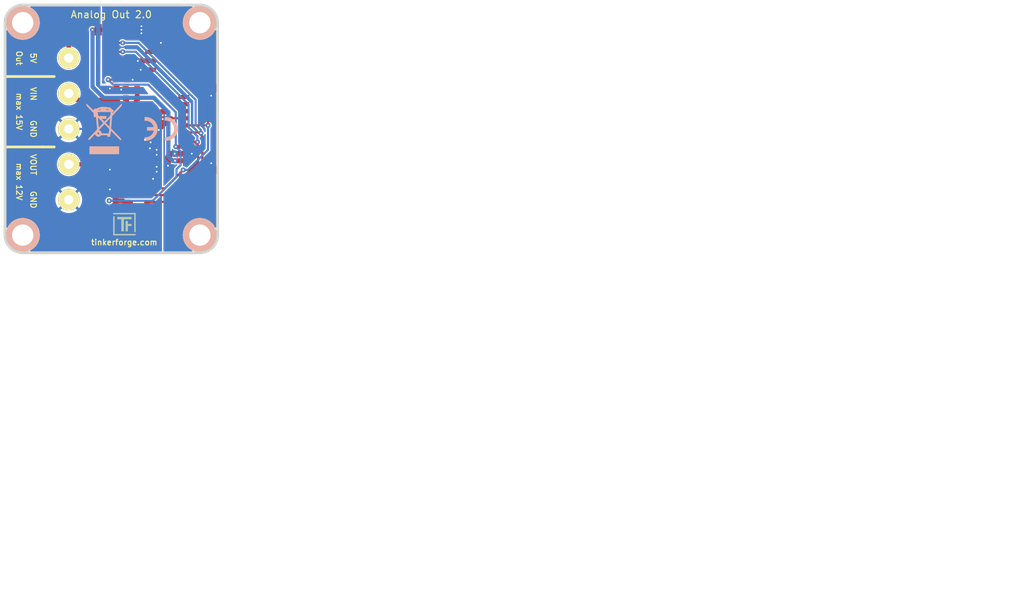
<source format=kicad_pcb>
(kicad_pcb (version 20221018) (generator pcbnew)
  (title_block (title "Analog Out Bricklet") (date "24 Feb 2015") (rev "2.0") (company "Tinkerforge GmbH") (comment 1 "Licensed under CERN OHL v.1.1") (comment 2 "Copyright (©) 2015, B.Nordmeyer <bastian@tinkerforge.com>"))
  (layers (0 "F.Cu" signal "Vorderseite") (31 "B.Cu" signal "Rückseite") (34 "B.Paste" user) (35 "F.Paste" user) (36 "B.SilkS" user "B.Silkscreen") (37 "F.SilkS" user "F.Silkscreen") (38 "B.Mask" user) (39 "F.Mask" user) (44 "Edge.Cuts" user))
  (net 0 "")
  (net 1 "+5V")
  (net 2 "GND")
  (net 3 "SCL")
  (net 4 "SDA")
  (net 5 "VCC")
  (net 6 "AGND")
  (net 7 "3V3")
  (net 8 "Net-(C4-Pad1)")
  (net 9 "Net-(P1-Pad6)")
  (net 10 "Net-(R1-Pad2)")
  (net 11 "Net-(P1-Pad7)")
  (net 12 "Net-(R3-Pad1)")
  (net 13 "Net-(R4-Pad2)")
  (net 14 "Net-(P2-Pad2)")
  (net 15 "Net-(F1-Pad2)")
  (net 16 "Net-(R5-Pad1)")
  (net 17 "Net-(R10-Pad2)")
  (net 18 "Net-(P1-Pad8)")
  (net 19 "Net-(P1-Pad9)")
  (net 20 "Net-(P1-Pad10)")
  (net 21 "Net-(U1-Pad7)")
  (footprint "kicad-libraries:Logo_31x31" (layer "F.Cu") (at 153.325 111.95)
    (fp_text reference "Ref**" hide)
    (fp_text value "Val**" hide)
  )
  (footprint "kicad-libraries:Fiducial_Mark" (layer "F.Cu") (at 161.2 113.275)
    (fp_text reference "Fiducial_Mark" hide)
    (fp_text value "VAL**" hide)
    (pad "1" smd circle (at 0 0) (size 1.00076 1.00076) (layers "F.Cu" "F.Paste" "F.Mask") (clearance 0.65024))
  )
  (footprint "kicad-libraries:Fiducial_Mark" (layer "F.Cu") (at 144.25168 86.5759)
    (fp_text reference "Fiducial_Mark" hide)
    (fp_text value "VAL**" hide)
    (pad "1" smd circle (at 0 0) (size 1.00076 1.00076) (layers "F.Cu" "F.Paste" "F.Mask") (clearance 0.65024))
  )
  (footprint "kicad-libraries:MiniMelf" (layer "F.Cu") (at 154.65 86.075)
    (fp_text reference "D1")
    (fp_text value "5V")
    (pad "1" smd rect (at 1.69926 0) (size 1.19888 1.6002) (layers "F.Cu" "F.Paste" "F.Mask") (net 2 "GND"))
    (pad "2" smd rect (at -1.69926 0) (size 1.19888 1.6002) (layers "F.Cu" "F.Paste" "F.Mask") (net 1 "+5V"))
  )
  (footprint "kicad-libraries:CON-SENSOR" (layer "F.Cu") (at 168.05 100.075 90)
    (fp_text reference "P1")
    (fp_text value "CON-SENSOR")
    (pad "1" smd rect (at -4.50088 -4.7752 90) (size 0.59944 1.5494) (layers "F.Cu" "F.Paste" "F.Mask") (net 1 "+5V"))
    (pad "2" smd rect (at -3.50012 -4.7752 90) (size 0.59944 1.5494) (layers "F.Cu" "F.Paste" "F.Mask") (net 2 "GND"))
    (pad "3" smd rect (at -2.49936 -4.7752 90) (size 0.59944 1.5494) (layers "F.Cu" "F.Paste" "F.Mask") (net 7 "3V3"))
    (pad "4" smd rect (at -1.50114 -4.7752 90) (size 0.59944 1.5494) (layers "F.Cu" "F.Paste" "F.Mask") (net 3 "SCL"))
    (pad "5" smd rect (at -0.50038 -4.7752 90) (size 0.59944 1.5494) (layers "F.Cu" "F.Paste" "F.Mask") (net 4 "SDA"))
    (pad "6" smd rect (at 0.50038 -4.7752 90) (size 0.59944 1.5494) (layers "F.Cu" "F.Paste" "F.Mask") (net 9 "Net-(P1-Pad6)"))
    (pad "7" smd rect (at 1.50114 -4.7752 90) (size 0.59944 1.5494) (layers "F.Cu" "F.Paste" "F.Mask") (net 11 "Net-(P1-Pad7)"))
    (pad "8" smd rect (at 2.49936 -4.7752 90) (size 0.59944 1.5494) (layers "F.Cu" "F.Paste" "F.Mask") (net 18 "Net-(P1-Pad8)"))
    (pad "9" smd rect (at 3.50012 -4.7752 90) (size 0.59944 1.5494) (layers "F.Cu" "F.Paste" "F.Mask") (net 19 "Net-(P1-Pad9)"))
    (pad "10" smd rect (at 4.50088 -4.7752 90) (size 0.59944 1.5494) (layers "F.Cu" "F.Paste" "F.Mask") (net 20 "Net-(P1-Pad10)"))
    (pad "EP" smd rect (at -5.79882 -0.89916 90) (size 1.19888 1.80086) (layers "F.Cu" "F.Paste" "F.Mask") (net 2 "GND"))
    (pad "EP" smd rect (at 5.79882 -0.89916 90) (size 1.19888 1.80086) (layers "F.Cu" "F.Paste" "F.Mask") (net 2 "GND"))
  )
  (footprint "kicad-libraries:AKL_5_5" (layer "F.Cu") (at 147.05 100.075 90)
    (fp_text reference "P2")
    (fp_text value "CONN_5")
    (pad "1" thru_hole circle (at -10 0 90) (size 2.99974 2.99974) (drill 1.30048) (layers "*.Cu" "*.Mask" "F.SilkS") (net 6 "AGND"))
    (pad "2" thru_hole circle (at -5 0 90) (size 2.99974 2.99974) (drill 1.30048) (layers "*.Cu" "*.Mask" "F.SilkS") (net 14 "Net-(P2-Pad2)"))
    (pad "3" thru_hole circle (at 0 0 90) (size 2.99974 2.99974) (drill 1.30048) (layers "*.Cu" "*.Mask" "F.SilkS") (net 6 "AGND"))
    (pad "4" thru_hole circle (at 5 0 90) (size 2.99974 2.99974) (drill 1.30048) (layers "*.Cu" "*.Mask" "F.SilkS") (net 5 "VCC"))
    (pad "5" thru_hole circle (at 10 0 90) (size 2.99974 2.99974) (drill 1.30048) (layers "*.Cu" "*.Mask" "F.SilkS") (net 15 "Net-(F1-Pad2)"))
  )
  (footprint "kicad-libraries:SOIC8" (layer "F.Cu") (at 155.9 89.825 90)
    (fp_text reference "U1")
    (fp_text value "M24C64")
    (pad "1" smd rect (at -1.90246 2.69748 270) (size 0.59944 1.5494) (layers "F.Cu" "F.Paste" "F.Mask") (net 2 "GND"))
    (pad "2" smd rect (at -0.63246 2.69748 270) (size 0.59944 1.5494) (layers "F.Cu" "F.Paste" "F.Mask") (net 2 "GND"))
    (pad "3" smd rect (at 0.63246 2.69748 270) (size 0.59944 1.5494) (layers "F.Cu" "F.Paste" "F.Mask") (net 9 "Net-(P1-Pad6)"))
    (pad "4" smd rect (at 1.90246 2.69748 270) (size 0.59944 1.5494) (layers "F.Cu" "F.Paste" "F.Mask") (net 2 "GND"))
    (pad "5" smd rect (at 1.90246 -2.69748 90) (size 0.59944 1.5494) (layers "F.Cu" "F.Paste" "F.Mask") (net 4 "SDA"))
    (pad "6" smd rect (at 0.63246 -2.69748 90) (size 0.59944 1.5494) (layers "F.Cu" "F.Paste" "F.Mask") (net 3 "SCL"))
    (pad "7" smd rect (at -0.63246 -2.69748 90) (size 0.59944 1.5494) (layers "F.Cu" "F.Paste" "F.Mask") (net 21 "Net-(U1-Pad7)"))
    (pad "8" smd rect (at -1.90246 -2.69748 90) (size 0.59944 1.5494) (layers "F.Cu" "F.Paste" "F.Mask") (net 7 "3V3"))
  )
  (footprint "kicad-libraries:SOT23-6" (layer "F.Cu") (at 156.9 109.425 -90)
    (fp_text reference "U2")
    (fp_text value "MCP4725A0")
    (pad "1" smd rect (at -0.94996 1.19888 270) (size 0.50038 0.8001) (layers "F.Cu" "F.Paste" "F.Mask") (net 10 "Net-(R1-Pad2)") (clearance 0.14986))
    (pad "2" smd rect (at 0 1.19888 270) (size 0.50038 0.8001) (layers "F.Cu" "F.Paste" "F.Mask") (net 6 "AGND") (clearance 0.14986))
    (pad "3" smd rect (at 0.94996 1.19888 270) (size 0.50038 0.8001) (layers "F.Cu" "F.Paste" "F.Mask") (net 7 "3V3") (clearance 0.14986))
    (pad "4" smd rect (at 0.94996 -1.19888 270) (size 0.50038 0.8001) (layers "F.Cu" "F.Paste" "F.Mask") (net 4 "SDA") (clearance 0.14986))
    (pad "5" smd rect (at 0 -1.19888 270) (size 0.50038 0.8001) (layers "F.Cu" "F.Paste" "F.Mask") (net 3 "SCL") (clearance 0.14986))
    (pad "6" smd rect (at -0.94996 -1.19888 270) (size 0.50038 0.8001) (layers "F.Cu" "F.Paste" "F.Mask") (net 9 "Net-(P1-Pad6)") (clearance 0.14986))
  )
  (footprint "kicad-libraries:SOIC8" (layer "F.Cu") (at 155.9 100.125)
    (fp_text reference "U3")
    (fp_text value "TLV272IS")
    (pad "1" smd rect (at -1.90246 2.69748 180) (size 0.59944 1.5494) (layers "F.Cu" "F.Paste" "F.Mask") (net 14 "Net-(P2-Pad2)"))
    (pad "2" smd rect (at -0.63246 2.69748 180) (size 0.59944 1.5494) (layers "F.Cu" "F.Paste" "F.Mask") (net 12 "Net-(R3-Pad1)"))
    (pad "3" smd rect (at 0.63246 2.69748 180) (size 0.59944 1.5494) (layers "F.Cu" "F.Paste" "F.Mask") (net 13 "Net-(R4-Pad2)"))
    (pad "4" smd rect (at 1.90246 2.69748 180) (size 0.59944 1.5494) (layers "F.Cu" "F.Paste" "F.Mask") (net 6 "AGND"))
    (pad "5" smd rect (at 1.90246 -2.69748) (size 0.59944 1.5494) (layers "F.Cu" "F.Paste" "F.Mask") (net 17 "Net-(R10-Pad2)"))
    (pad "6" smd rect (at 0.63246 -2.69748) (size 0.59944 1.5494) (layers "F.Cu" "F.Paste" "F.Mask") (net 16 "Net-(R5-Pad1)"))
    (pad "7" smd rect (at -0.63246 -2.69748) (size 0.59944 1.5494) (layers "F.Cu" "F.Paste" "F.Mask") (net 11 "Net-(P1-Pad7)"))
    (pad "8" smd rect (at -1.90246 -2.69748) (size 0.59944 1.5494) (layers "F.Cu" "F.Paste" "F.Mask") (net 5 "VCC"))
  )
  (footprint "kicad-libraries:DRILL_NP" (layer "F.Cu") (at 165.55 115.075)
    (fp_text reference "U4" hide)
    (fp_text value "DRILL" hide)
    (pad "" np_thru_hole circle (at 0 0) (size 2.99974 2.99974) (drill 2.99974) (layers "*.Cu" "*.Mask" "F.SilkS") (clearance 0.89916))
  )
  (footprint "kicad-libraries:DRILL_NP" (layer "F.Cu") (at 140.55 115.075)
    (fp_text reference "U5" hide)
    (fp_text value "DRILL" hide)
    (pad "" np_thru_hole circle (at 0 0) (size 2.99974 2.99974) (drill 2.99974) (layers "*.Cu" "*.Mask" "F.SilkS") (clearance 0.89916))
  )
  (footprint "kicad-libraries:DRILL_NP" (layer "F.Cu") (at 140.55 85.075)
    (fp_text reference "U6" hide)
    (fp_text value "DRILL" hide)
    (pad "" np_thru_hole circle (at 0 0) (size 2.99974 2.99974) (drill 2.99974) (layers "*.Cu" "*.Mask" "F.SilkS") (clearance 0.89916))
  )
  (footprint "kicad-libraries:DRILL_NP" (layer "F.Cu") (at 165.55 85.075)
    (fp_text reference "U7" hide)
    (fp_text value "DRILL" hide)
    (pad "" np_thru_hole circle (at 0 0) (size 2.99974 2.99974) (drill 2.99974) (layers "*.Cu" "*.Mask" "F.SilkS") (clearance 0.89916))
  )
  (footprint "kicad-libraries:C0603" (layer "F.Cu") (at 153.8 95.175 90)
    (fp_text reference "C1")
    (fp_text value "100nF")
    (pad "1" smd rect (at -0.8001 0 90) (size 0.8001 0.8001) (layers "F.Cu" "F.Paste" "F.Mask") (net 5 "VCC"))
    (pad "2" smd rect (at 0.8001 0 90) (size 0.8001 0.8001) (layers "F.Cu" "F.Paste" "F.Mask") (net 6 "AGND"))
  )
  (footprint "kicad-libraries:C0603" (layer "F.Cu") (at 153.65 109.425 90)
    (fp_text reference "C2")
    (fp_text value "100nF")
    (pad "1" smd rect (at -0.8001 0 90) (size 0.8001 0.8001) (layers "F.Cu" "F.Paste" "F.Mask") (net 7 "3V3"))
    (pad "2" smd rect (at 0.8001 0 90) (size 0.8001 0.8001) (layers "F.Cu" "F.Paste" "F.Mask") (net 6 "AGND"))
  )
  (footprint "kicad-libraries:C0603" (layer "F.Cu") (at 154.45 93.125)
    (fp_text reference "C3")
    (fp_text value "100nF")
    (pad "1" smd rect (at -0.8001 0) (size 0.8001 0.8001) (layers "F.Cu" "F.Paste" "F.Mask") (net 7 "3V3"))
    (pad "2" smd rect (at 0.8001 0) (size 0.8001 0.8001) (layers "F.Cu" "F.Paste" "F.Mask") (net 2 "GND"))
  )
  (footprint "kicad-libraries:C0603" (layer "F.Cu") (at 157.35 107.125)
    (fp_text reference "C4")
    (fp_text value "180pF")
    (pad "1" smd rect (at -0.8001 0) (size 0.8001 0.8001) (layers "F.Cu" "F.Paste" "F.Mask") (net 8 "Net-(C4-Pad1)"))
    (pad "2" smd rect (at 0.8001 0) (size 0.8001 0.8001) (layers "F.Cu" "F.Paste" "F.Mask") (net 6 "AGND"))
  )
  (footprint "kicad-libraries:R0603" (layer "F.Cu") (at 154.45 107.125 180)
    (fp_text reference "R1")
    (fp_text value "68.1")
    (pad "1" smd rect (at -0.8001 0 180) (size 0.8001 0.8001) (layers "F.Cu" "F.Paste" "F.Mask") (net 8 "Net-(C4-Pad1)"))
    (pad "2" smd rect (at 0.8001 0 180) (size 0.8001 0.8001) (layers "F.Cu" "F.Paste" "F.Mask") (net 10 "Net-(R1-Pad2)"))
  )
  (footprint "kicad-libraries:R0603" (layer "F.Cu") (at 160.25 104.525 180)
    (fp_text reference "R2")
    (fp_text value "0")
    (pad "1" smd rect (at -0.8001 0 180) (size 0.8001 0.8001) (layers "F.Cu" "F.Paste" "F.Mask") (net 2 "GND"))
    (pad "2" smd rect (at 0.8001 0 180) (size 0.8001 0.8001) (layers "F.Cu" "F.Paste" "F.Mask") (net 6 "AGND"))
  )
  (footprint "kicad-libraries:R0603" (layer "F.Cu") (at 154.45 105.825 180)
    (fp_text reference "R3")
    (fp_text value "3k3")
    (pad "1" smd rect (at -0.8001 0 180) (size 0.8001 0.8001) (layers "F.Cu" "F.Paste" "F.Mask") (net 12 "Net-(R3-Pad1)"))
    (pad "2" smd rect (at 0.8001 0 180) (size 0.8001 0.8001) (layers "F.Cu" "F.Paste" "F.Mask") (net 6 "AGND"))
  )
  (footprint "kicad-libraries:R0603" (layer "F.Cu") (at 157.35 105.825 180)
    (fp_text reference "R4")
    (fp_text value "3k3")
    (pad "1" smd rect (at -0.8001 0 180) (size 0.8001 0.8001) (layers "F.Cu" "F.Paste" "F.Mask") (net 8 "Net-(C4-Pad1)"))
    (pad "2" smd rect (at 0.8001 0 180) (size 0.8001 0.8001) (layers "F.Cu" "F.Paste" "F.Mask") (net 13 "Net-(R4-Pad2)"))
  )
  (footprint "kicad-libraries:R0603" (layer "F.Cu") (at 155.9 95.725 180)
    (fp_text reference "R5")
    (fp_text value "12k")
    (pad "1" smd rect (at -0.8001 0 180) (size 0.8001 0.8001) (layers "F.Cu" "F.Paste" "F.Mask") (net 16 "Net-(R5-Pad1)"))
    (pad "2" smd rect (at 0.8001 0 180) (size 0.8001 0.8001) (layers "F.Cu" "F.Paste" "F.Mask") (net 11 "Net-(P1-Pad7)"))
  )
  (footprint "kicad-libraries:R0603" (layer "F.Cu") (at 157.35 104.525)
    (fp_text reference "R6")
    (fp_text value "12k")
    (pad "1" smd rect (at -0.8001 0) (size 0.8001 0.8001) (layers "F.Cu" "F.Paste" "F.Mask") (net 13 "Net-(R4-Pad2)"))
    (pad "2" smd rect (at 0.8001 0) (size 0.8001 0.8001) (layers "F.Cu" "F.Paste" "F.Mask") (net 6 "AGND"))
  )
  (footprint "kicad-libraries:R0603" (layer "F.Cu") (at 160.5 98.425 -90)
    (fp_text reference "R7")
    (fp_text value "12k")
    (pad "1" smd rect (at -0.8001 0 270) (size 0.8001 0.8001) (layers "F.Cu" "F.Paste" "F.Mask") (net 17 "Net-(R10-Pad2)"))
    (pad "2" smd rect (at 0.8001 0 270) (size 0.8001 0.8001) (layers "F.Cu" "F.Paste" "F.Mask") (net 6 "AGND"))
  )
  (footprint "kicad-libraries:R0603" (layer "F.Cu") (at 154.45 104.525)
    (fp_text reference "R8")
    (fp_text value "12k")
    (pad "1" smd rect (at -0.8001 0) (size 0.8001 0.8001) (layers "F.Cu" "F.Paste" "F.Mask") (net 14 "Net-(P2-Pad2)"))
    (pad "2" smd rect (at 0.8001 0) (size 0.8001 0.8001) (layers "F.Cu" "F.Paste" "F.Mask") (net 12 "Net-(R3-Pad1)"))
  )
  (footprint "kicad-libraries:R0603" (layer "F.Cu") (at 155.9 94.425)
    (fp_text reference "R9")
    (fp_text value "68k")
    (pad "1" smd rect (at -0.8001 0) (size 0.8001 0.8001) (layers "F.Cu" "F.Paste" "F.Mask") (net 6 "AGND"))
    (pad "2" smd rect (at 0.8001 0) (size 0.8001 0.8001) (layers "F.Cu" "F.Paste" "F.Mask") (net 16 "Net-(R5-Pad1)"))
  )
  (footprint "kicad-libraries:R0603" (layer "F.Cu") (at 159.2 98.425 90)
    (fp_text reference "R10")
    (fp_text value "68k")
    (pad "1" smd rect (at -0.8001 0 90) (size 0.8001 0.8001) (layers "F.Cu" "F.Paste" "F.Mask") (net 5 "VCC"))
    (pad "2" smd rect (at 0.8001 0 90) (size 0.8001 0.8001) (layers "F.Cu" "F.Paste" "F.Mask") (net 17 "Net-(R10-Pad2)"))
  )
  (footprint "kicad-libraries:F1206" (layer "F.Cu") (at 149.7 86.075 180)
    (fp_text reference "F1")
    (fp_text value "OZCJ0035FF2G")
    (pad "1" smd rect (at -1.50114 0 180) (size 1.00076 1.6002) (layers "F.Cu" "F.Paste" "F.Mask") (net 1 "+5V"))
    (pad "2" smd rect (at 1.50114 0 180) (size 1.00076 1.6002) (layers "F.Cu" "F.Paste" "F.Mask") (net 15 "Net-(F1-Pad2)"))
  )
  (footprint "kicad-libraries:WEEE_7mm" (layer "B.Cu") (at 152.05 100.075 180)
    (fp_text reference "VAL" hide)
    (fp_text value "WEEE_7mm" hide)
  )
  (footprint "kicad-libraries:CE_5mm" (layer "B.Cu") (at 160.05 100.075 180)
    (fp_text reference "VAL" hide)
    (fp_text value "CE_5mm" hide)
  )
  (gr_line (start 143.3 102.625) (end 145 102.625) (stroke (width 0.381)) (layer "F.SilkS"))
  (gr_line (start 143.35 102.625) (end 138.05 102.625) (stroke (width 0.381)) (layer "F.SilkS"))
  (gr_line (start 145 92.675) (end 138.05 92.675) (stroke (width 0.381)) (layer "F.SilkS"))
  (gr_arc (start 165.55086 82.57476) (mid 167.318174 83.306806) (end 168.05022 85.07412) (stroke (width 0.381)) (layer "Edge.Cuts"))
  (gr_line (start 165.55 117.575) (end 140.55 117.575) (stroke (width 0.381)) (layer "Edge.Cuts"))
  (gr_arc (start 168.05022 115.07534) (mid 167.318174 116.842654) (end 165.55086 117.5747) (stroke (width 0.381)) (layer "Edge.Cuts"))
  (gr_line (start 140.55 82.575) (end 165.55 82.575) (stroke (width 0.381)) (layer "Edge.Cuts"))
  (gr_line (start 168.05 85.075) (end 168.05 115.075) (stroke (width 0.381)) (layer "Edge.Cuts"))
  (gr_arc (start 140.5509 117.5747) (mid 138.783586 116.842654) (end 138.05154 115.07534) (stroke (width 0.381)) (layer "Edge.Cuts"))
  (gr_arc (start 138.049 85.07412) (mid 138.78179 83.30501) (end 140.5509 82.57222) (stroke (width 0.381)) (layer "Edge.Cuts"))
  (gr_line (start 138.05 115.075) (end 138.05 85.075) (stroke (width 0.381)) (layer "Edge.Cuts"))
  (gr_text "GND" (at 142.05 110.075 270) (layer "F.SilkS") (effects (font (size 0.8 0.8) (thickness 0.14986))))
  (gr_text "VOUT" (at 142.05 105.125 270) (layer "F.SilkS") (effects (font (size 0.8 0.8) (thickness 0.14986))))
  (gr_text "max 15V" (at 140.05 97.625 270) (layer "F.SilkS") (effects (font (size 0.8 0.8) (thickness 0.14986))))
  (gr_text "tinkerforge.com" (at 154.875 116.1) (layer "F.SilkS") (effects (font (size 0.8001 0.8001) (thickness 0.14986))))
  (gr_text "Out" (at 140.05 90.075 270) (layer "F.SilkS") (effects (font (size 0.8 0.8) (thickness 0.14986))))
  (gr_text "5V" (at 142.05 90.075 270) (layer "F.SilkS") (effects (font (size 0.8001 0.8001) (thickness 0.14986))))
  (gr_text "max 12V" (at 140.05 107.525 270) (layer "F.SilkS") (effects (font (size 0.8 0.8) (thickness 0.14986))))
  (gr_text "Analog Out 2.0" (at 153.05 83.925) (layer "F.SilkS") (effects (font (size 1 1))))
  (gr_text "GND" (at 142.05 100.075 270) (layer "F.SilkS") (effects (font (size 0.8 0.8) (thickness 0.14986))))
  (gr_text "VIN" (at 142.05 95.125 270) (layer "F.SilkS") (effects (font (size 0.8 0.8) (thickness 0.14986))))
  (segment (start 162.05088 104.57588) (end 162.05 104.575) (width 0.7) (layer "F.Cu") (net 1))
  (segment (start 151.20114 86.075) (end 150.4 86.075) (width 0.59944) (layer "F.Cu") (net 1))
  (segment (start 152.95074 86.075) (end 151.20114 86.075) (width 0.59944) (layer "F.Cu") (net 1))
  (segment (start 162.05088 104.57588) (end 163.2748 104.57588) (width 0.7) (layer "F.Cu") (net 1))
  (via (at 150.4 86.075) (size 0.70104) (drill 0.24892) (layers "F.Cu" "B.Cu") (net 1))
  (via (at 162.05 104.575) (size 0.70104) (drill 0.24892) (layers "F.Cu" "B.Cu") (net 1))
  (segment (start 161.7 104.575) (end 161.1 103.975) (width 0.59944) (layer "B.Cu") (net 1))
  (segment (start 161.1 103.975) (end 161.1 97.725) (width 0.59944) (layer "B.Cu") (net 1))
  (segment (start 150.4 86.075) (end 150.4 94.125) (width 0.59944) (layer "B.Cu") (net 1))
  (segment (start 150.4 94.125) (end 151.95 95.675) (width 0.59944) (layer "B.Cu") (net 1))
  (segment (start 159.05 95.675) (end 161.1 97.725) (width 0.59944) (layer "B.Cu") (net 1))
  (segment (start 151.95 95.675) (end 159.05 95.675) (width 0.59944) (layer "B.Cu") (net 1))
  (segment (start 162.05 104.575) (end 161.7 104.575) (width 0.59944) (layer "B.Cu") (net 1))
  (segment (start 162.00012 103.57512) (end 162 103.575) (width 0.7) (layer "F.Cu") (net 2))
  (segment (start 161.5 103.575) (end 161.0501 104.0249) (width 0.8001) (layer "F.Cu") (net 2))
  (segment (start 161.0501 104.0249) (end 161.0501 104.525) (width 0.7) (layer "F.Cu") (net 2))
  (segment (start 157.20246 91.72746) (end 157.2 91.725) (width 0.7) (layer "F.Cu") (net 2))
  (segment (start 156.81754 90.45746) (end 156.8 90.475) (width 0.7) (layer "F.Cu") (net 2))
  (segment (start 160.04754 87.92254) (end 160.05 87.925) (width 0.7) (layer "F.Cu") (net 2))
  (segment (start 167.15 95.375) (end 167.15084 95.37416) (width 0.29972) (layer "F.Cu") (net 2))
  (segment (start 167.15084 95.37416) (end 167.15084 94.27618) (width 0.29972) (layer "F.Cu") (net 2))
  (segment (start 167.15 104.925) (end 167.15084 104.92584) (width 0.29972) (layer "F.Cu") (net 2))
  (segment (start 167.15084 104.92584) (end 167.15084 105.87382) (width 0.29972) (layer "F.Cu") (net 2))
  (segment (start 164.39988 103.57512) (end 164.4 103.575) (width 0.7) (layer "F.Cu") (net 2))
  (segment (start 161.0501 105.2749) (end 161.05 105.275) (width 0.7) (layer "F.Cu") (net 2))
  (segment (start 157.3 85.575) (end 156.84926 85.575) (width 0.59944) (layer "F.Cu") (net 2))
  (segment (start 156.84926 86.575) (end 157.3 86.575) (width 0.59944) (layer "F.Cu") (net 2))
  (segment (start 163.2748 103.57512) (end 164.39988 103.57512) (width 0.8001) (layer "F.Cu") (net 2))
  (segment (start 156.34926 86.075) (end 156.84926 86.575) (width 0.59944) (layer "F.Cu") (net 2))
  (segment (start 158.59748 91.72746) (end 157.20246 91.72746) (width 0.7) (layer "F.Cu") (net 2))
  (segment (start 160.04754 87.92254) (end 158.59748 87.92254) (width 0.7) (layer "F.Cu") (net 2))
  (segment (start 161.0501 104.525) (end 161.0501 105.2749) (width 0.8001) (layer "F.Cu") (net 2))
  (segment (start 162 103.575) (end 161.5 103.575) (width 0.8001) (layer "F.Cu") (net 2))
  (segment (start 156.34926 86.075) (end 157.3 86.075) (width 0.7) (layer "F.Cu") (net 2))
  (segment (start 163.2748 103.57512) (end 162.00012 103.57512) (width 0.8001) (layer "F.Cu") (net 2))
  (segment (start 155.2501 93.125) (end 156.05 93.125) (width 0.7) (layer "F.Cu") (net 2))
  (segment (start 156.34926 86.075) (end 156.84926 85.575) (width 0.59944) (layer "F.Cu") (net 2))
  (segment (start 156.81754 90.45746) (end 158.59748 90.45746) (width 0.7) (layer "F.Cu") (net 2))
  (via (at 157.3 85.575) (size 0.70104) (drill 0.24892) (layers "F.Cu" "B.Cu") (net 2))
  (via (at 161.05 105.275) (size 0.70104) (drill 0.24892) (layers "F.Cu" "B.Cu") (net 2))
  (via (at 157.3 86.075) (size 0.70104) (drill 0.24892) (layers "F.Cu" "B.Cu") (net 2))
  (via (at 156.8 90.475) (size 0.70104) (drill 0.24892) (layers "F.Cu" "B.Cu") (net 2))
  (via (at 160.05 87.925) (size 0.70104) (drill 0.24892) (layers "F.Cu" "B.Cu") (net 2))
  (via (at 156.05 93.125) (size 0.70104) (drill 0.24892) (layers "F.Cu" "B.Cu") (net 2))
  (via (at 162 103.575) (size 0.70104) (drill 0.24892) (layers "F.Cu" "B.Cu") (net 2))
  (via (at 164.4 103.575) (size 0.70104) (drill 0.24892) (layers "F.Cu" "B.Cu") (net 2))
  (via (at 167.15 95.375) (size 0.70104) (drill 0.24892) (layers "F.Cu" "B.Cu") (net 2))
  (via (at 167.15 104.925) (size 0.70104) (drill 0.24892) (layers "F.Cu" "B.Cu") (net 2))
  (via (at 157.3 86.575) (size 0.70104) (drill 0.24892) (layers "F.Cu" "B.Cu") (net 2))
  (via (at 157.2 91.725) (size 0.70104) (drill 0.24892) (layers "F.Cu" "B.Cu") (net 2))
  (segment (start 157.2 90.875) (end 156.8 90.475) (width 0.29972) (layer "B.Cu") (net 2))
  (segment (start 156.05 92.875) (end 157.2 91.725) (width 0.29972) (layer "B.Cu") (net 2))
  (segment (start 154.1 90.475) (end 152.95 89.325) (width 0.29972) (layer "B.Cu") (net 2))
  (segment (start 152.95 89.325) (end 152.95 87.475) (width 0.29972) (layer "B.Cu") (net 2))
  (segment (start 152.95 87.475) (end 153.9 86.525) (width 0.29972) (layer "B.Cu") (net 2))
  (segment (start 153.9 86.525) (end 157.3 86.525) (width 0.29972) (layer "B.Cu") (net 2))
  (segment (start 158.65 86.525) (end 160.05 87.925) (width 0.29972) (layer "B.Cu") (net 2))
  (segment (start 160.85 87.925) (end 167.15 94.225) (width 0.29972) (layer "B.Cu") (net 2))
  (segment (start 167.15 94.225) (end 167.15 95.375) (width 0.29972) (layer "B.Cu") (net 2))
  (segment (start 167.15 98.275) (end 167.45 98.575) (width 0.29972) (layer "B.Cu") (net 2))
  (segment (start 167.45 98.575) (end 167.45 104.625) (width 0.29972) (layer "B.Cu") (net 2))
  (segment (start 167.45 104.625) (end 167.15 104.925) (width 0.29972) (layer "B.Cu") (net 2))
  (segment (start 164.4 103.375) (end 163.05 102.025) (width 0.29972) (layer "B.Cu") (net 2))
  (segment (start 163.05 102.025) (end 163.05 96.775) (width 0.29972) (layer "B.Cu") (net 2))
  (segment (start 163.05 96.775) (end 158 91.725) (width 0.29972) (layer "B.Cu") (net 2))
  (segment (start 158 91.725) (end 157.2 91.725) (width 0.29972) (layer "B.Cu") (net 2))
  (segment (start 157.3 86.575) (end 157.3 86.525) (width 0.59944) (layer "B.Cu") (net 2))
  (segment (start 157.3 86.525) (end 158.65 86.525) (width 0.29972) (layer "B.Cu") (net 2))
  (segment (start 157.7 85.575) (end 157.3 85.575) (width 0.29972) (layer "B.Cu") (net 2))
  (segment (start 156.05 93.125) (end 156.05 92.875) (width 0.29972) (layer "B.Cu") (net 2))
  (segment (start 167.15 95.375) (end 167.15 98.275) (width 0.29972) (layer "B.Cu") (net 2))
  (segment (start 156.8 90.475) (end 154.1 90.475) (width 0.29972) (layer "B.Cu") (net 2))
  (segment (start 157.2 91.725) (end 157.2 90.875) (width 0.29972) (layer "B.Cu") (net 2))
  (segment (start 164.4 103.575) (end 164.4 103.375) (width 0.29972) (layer "B.Cu") (net 2))
  (segment (start 158.65 86.525) (end 157.7 85.575) (width 0.29972) (layer "B.Cu") (net 2))
  (segment (start 160.05 87.925) (end 160.85 87.925) (width 0.29972) (layer "B.Cu") (net 2))
  (segment (start 164.45114 101.57614) (end 165.025 102.15) (width 0.29972) (layer "F.Cu") (net 3))
  (segment (start 165.3 102.425) (end 165.3 104.775) (width 0.29972) (layer "F.Cu") (net 3))
  (segment (start 165.3 104.775) (end 160.65 109.425) (width 0.29972) (layer "F.Cu") (net 3))
  (segment (start 160.65 109.425) (end 158.09888 109.425) (width 0.29972) (layer "F.Cu") (net 3))
  (segment (start 165.025 102.15) (end 165.3 102.425) (width 0.29972) (layer "F.Cu") (net 3))
  (segment (start 165.025 102.1) (end 165.2 101.925) (width 0.29972) (layer "F.Cu") (net 3))
  (segment (start 154.65 89.175) (end 154.63246 89.19254) (width 0.29972) (layer "F.Cu") (net 3))
  (segment (start 154.63246 89.19254) (end 153.20252 89.19254) (width 0.29972) (layer "F.Cu") (net 3))
  (segment (start 163.2748 101.57614) (end 164.45114 101.57614) (width 0.29972) (layer "F.Cu") (net 3))
  (segment (start 165.025 102.15) (end 165.025 102.1) (width 0.29972) (layer "F.Cu") (net 3))
  (via (at 154.65 89.175) (size 0.70104) (drill 0.24892) (layers "F.Cu" "B.Cu") (net 3))
  (via (at 165.2 101.925) (size 0.70104) (drill 0.24892) (layers "F.Cu" "B.Cu") (net 3))
  (segment (start 165.2 101.925) (end 165.2 101.125) (width 0.29972) (layer "B.Cu") (net 3))
  (segment (start 165.2 101.125) (end 163.95 99.875) (width 0.29972) (layer "B.Cu") (net 3))
  (segment (start 163.95 99.875) (end 163.95 96.625) (width 0.29972) (layer "B.Cu") (net 3))
  (segment (start 163.95 96.625) (end 156.5 89.175) (width 0.29972) (layer "B.Cu") (net 3))
  (segment (start 156.5 89.175) (end 154.65 89.175) (width 0.29972) (layer "B.Cu") (net 3))
  (segment (start 165.35038 100.57538) (end 165.6 100.825) (width 0.29972) (layer "F.Cu") (net 4))
  (segment (start 165.9 101.125) (end 165.9 105.625) (width 0.29972) (layer "F.Cu") (net 4))
  (segment (start 165.9 105.625) (end 161.15004 110.37496) (width 0.29972) (layer "F.Cu") (net 4))
  (segment (start 161.15004 110.37496) (end 158.09888 110.37496) (width 0.29972) (layer "F.Cu") (net 4))
  (segment (start 165.6 100.825) (end 165.9 101.125) (width 0.29972) (layer "F.Cu") (net 4))
  (segment (start 165.6 100.775) (end 165.7 100.675) (width 0.29972) (layer "F.Cu") (net 4))
  (segment (start 154.65 87.925) (end 154.64754 87.92254) (width 0.29972) (layer "F.Cu") (net 4))
  (segment (start 154.64754 87.92254) (end 153.20252 87.92254) (width 0.29972) (layer "F.Cu") (net 4))
  (segment (start 165.6 100.825) (end 165.6 100.775) (width 0.29972) (layer "F.Cu") (net 4))
  (segment (start 163.2748 100.57538) (end 165.35038 100.57538) (width 0.29972) (layer "F.Cu") (net 4))
  (via (at 165.7 100.675) (size 0.70104) (drill 0.24892) (layers "F.Cu" "B.Cu") (net 4))
  (via (at 154.65 87.925) (size 0.70104) (drill 0.24892) (layers "F.Cu" "B.Cu") (net 4))
  (segment (start 165.7 100.225) (end 164.95 99.475) (width 0.29972) (layer "B.Cu") (net 4))
  (segment (start 164.95 99.475) (end 164.95 95.975) (width 0.29972) (layer "B.Cu") (net 4))
  (segment (start 164.95 95.975) (end 156.9 87.925) (width 0.29972) (layer "B.Cu") (net 4))
  (segment (start 156.9 87.925) (end 154.65 87.925) (width 0.29972) (layer "B.Cu") (net 4))
  (segment (start 165.7 100.675) (end 165.7 100.225) (width 0.29972) (layer "B.Cu") (net 4))
  (segment (start 153.99754 96.17264) (end 153.8 95.9751) (width 0.59944) (layer "F.Cu") (net 5))
  (segment (start 147.9501 95.9751) (end 147.05 95.075) (width 0.59944) (layer "F.Cu") (net 5))
  (segment (start 154.8501 99.2251) (end 153.99754 98.37254) (width 0.59944) (layer "F.Cu") (net 5))
  (segment (start 153.99754 98.37254) (end 153.99754 97.42752) (width 0.59944) (layer "F.Cu") (net 5))
  (segment (start 159.2 99.2251) (end 154.8501 99.2251) (width 0.59944) (layer "F.Cu") (net 5))
  (segment (start 153.99754 97.42752) (end 153.99754 96.17264) (width 0.59944) (layer "F.Cu") (net 5))
  (segment (start 153.8 95.9751) (end 147.9501 95.9751) (width 0.59944) (layer "F.Cu") (net 5))
  (segment (start 155.05 109.425) (end 154.2499 108.6249) (width 0.59944) (layer "F.Cu") (net 6))
  (segment (start 154.2499 108.6249) (end 153.65 108.6249) (width 0.59944) (layer "F.Cu") (net 6))
  (segment (start 159.4499 105.4249) (end 159.45 105.425) (width 0.7) (layer "F.Cu") (net 6))
  (segment (start 159.4499 103.7251) (end 159.45 103.725) (width 0.7) (layer "F.Cu") (net 6))
  (segment (start 158.49748 102.82248) (end 158.5 102.825) (width 0.7) (layer "F.Cu") (net 6))
  (segment (start 157.80246 101.62746) (end 157.8 101.625) (width 0.7) (layer "F.Cu") (net 6))
  (segment (start 157.80246 102.77254) (end 158.6 101.975) (width 0.7) (layer "F.Cu") (net 6))
  (segment (start 152.8501 108.6249) (end 152.85 108.625) (width 0.7) (layer "F.Cu") (net 6))
  (segment (start 152.8501 94.3749) (end 152.85 94.375) (width 0.59944) (layer "F.Cu") (net 6))
  (segment (start 154.55 94.425) (end 154.45 94.525) (width 0.59944) (layer "F.Cu") (net 6))
  (segment (start 160.5 99.475) (end 159.75 100.225) (width 0.59944) (layer "F.Cu") (net 6))
  (segment (start 157.80246 102.82248) (end 157.80246 101.62746) (width 0.7) (layer "F.Cu") (net 6))
  (segment (start 159.4499 104.525) (end 159.4499 103.7251) (width 0.7) (layer "F.Cu") (net 6))
  (segment (start 153.65 108.6249) (end 152.8501 108.6249) (width 0.7) (layer "F.Cu") (net 6))
  (segment (start 153.8 94.3749) (end 152.8501 94.3749) (width 0.59944) (layer "F.Cu") (net 6))
  (segment (start 160.5 99.2251) (end 160.5 99.475) (width 0.59944) (layer "F.Cu") (net 6))
  (segment (start 159.45 105.425) (end 159.45 106.125) (width 0.7) (layer "F.Cu") (net 6))
  (segment (start 155.70112 109.425) (end 155.05 109.425) (width 0.59944) (layer "F.Cu") (net 6))
  (segment (start 152.85 105.825) (end 153.6499 105.825) (width 0.7) (layer "F.Cu") (net 6))
  (segment (start 158.1501 107.125) (end 158.95 107.125) (width 0.7) (layer "F.Cu") (net 6))
  (segment (start 157.80246 102.82248) (end 157.80246 102.77254) (width 0.7) (layer "F.Cu") (net 6))
  (segment (start 159.4499 105.4249) (end 159.4499 104.525) (width 0.7) (layer "F.Cu") (net 6))
  (segment (start 159.45 103.725) (end 159.45 103.025) (width 0.7) (layer "F.Cu") (net 6))
  (segment (start 158.49748 102.82248) (end 157.80246 102.82248) (width 0.7) (layer "F.Cu") (net 6))
  (segment (start 155.0999 94.425) (end 154.55 94.425) (width 0.59944) (layer "F.Cu") (net 6))
  (segment (start 159.4499 104.525) (end 158.1501 104.525) (width 0.7) (layer "F.Cu") (net 6))
  (via (at 158.6 101.975) (size 0.70104) (drill 0.24892) (layers "F.Cu" "B.Cu") (net 6))
  (via (at 154.45 94.525) (size 0.70104) (drill 0.24892) (layers "F.Cu" "B.Cu") (net 6))
  (via (at 158.95 107.125) (size 0.70104) (drill 0.24892) (layers "F.Cu" "B.Cu") (net 6))
  (via (at 159.45 106.125) (size 0.70104) (drill 0.24892) (layers "F.Cu" "B.Cu") (net 6))
  (via (at 159.75 100.225) (size 0.70104) (drill 0.24892) (layers "F.Cu" "B.Cu") (net 6))
  (via (at 158.5 102.825) (size 0.70104) (drill 0.24892) (layers "F.Cu" "B.Cu") (net 6))
  (via (at 152.85 105.825) (size 0.70104) (drill 0.24892) (layers "F.Cu" "B.Cu") (net 6))
  (via (at 159.45 103.025) (size 0.70104) (drill 0.24892) (layers "F.Cu" "B.Cu") (net 6))
  (via (at 152.85 108.625) (size 0.70104) (drill 0.24892) (layers "F.Cu" "B.Cu") (net 6))
  (via (at 157.8 101.625) (size 0.70104) (drill 0.24892) (layers "F.Cu" "B.Cu") (net 6))
  (via (at 152.85 94.375) (size 0.70104) (drill 0.24892) (layers "F.Cu" "B.Cu") (net 6))
  (via (at 159.45 105.425) (size 0.70104) (drill 0.24892) (layers "F.Cu" "B.Cu") (net 6))
  (via (at 159.45 103.725) (size 0.70104) (drill 0.24892) (layers "F.Cu" "B.Cu") (net 6))
  (segment (start 156.45 107.125) (end 154.95 108.625) (width 0.29972) (layer "B.Cu") (net 6))
  (segment (start 154.95 108.625) (end 152.85 108.625) (width 0.29972) (layer "B.Cu") (net 6))
  (segment (start 158.95 105.925) (end 159.45 105.425) (width 0.29972) (layer "B.Cu") (net 6))
  (segment (start 159.4 103.725) (end 158.5 102.825) (width 0.29972) (layer "B.Cu") (net 6))
  (segment (start 148.5 108.625) (end 147.05 110.075) (width 0.29972) (layer "B.Cu") (net 6))
  (segment (start 156.25 100.075) (end 157.8 101.625) (width 0.29972) (layer "B.Cu") (net 6))
  (segment (start 152.85 108.625) (end 148.5 108.625) (width 0.29972) (layer "B.Cu") (net 6))
  (segment (start 158.95 107.125) (end 158.95 105.925) (width 0.29972) (layer "B.Cu") (net 6))
  (segment (start 147.05 100.075) (end 156.25 100.075) (width 0.29972) (layer "B.Cu") (net 6))
  (segment (start 158.95 107.125) (end 156.45 107.125) (width 0.29972) (layer "B.Cu") (net 6))
  (segment (start 159.45 103.725) (end 159.4 103.725) (width 0.29972) (layer "B.Cu") (net 6))
  (segment (start 152.85 108.625) (end 152.85 105.825) (width 0.29972) (layer "B.Cu") (net 6))
  (segment (start 154.84996 110.37496) (end 154.7001 110.2251) (width 0.59944) (layer "F.Cu") (net 7))
  (segment (start 154.7001 110.2251) (end 153.65 110.2251) (width 0.59944) (layer "F.Cu") (net 7))
  (segment (start 152.7501 110.2251) (end 152.75 110.225) (width 0.29972) (layer "F.Cu") (net 7))
  (segment (start 153.6499 92.17484) (end 153.20252 91.72746) (width 0.7) (layer "F.Cu") (net 7))
  (segment (start 152.6 93.125) (end 153.6499 93.125) (width 0.29972) (layer "F.Cu") (net 7))
  (segment (start 162.15064 102.57436) (end 162.15 102.575) (width 0.29972) (layer "F.Cu") (net 7))
  (segment (start 155.70112 110.37496) (end 154.84996 110.37496) (width 0.59944) (layer "F.Cu") (net 7))
  (segment (start 153.65 110.2251) (end 152.7501 110.2251) (width 0.29972) (layer "F.Cu") (net 7))
  (segment (start 153.6499 93.125) (end 153.6499 92.17484) (width 0.7) (layer "F.Cu") (net 7))
  (segment (start 163.2748 102.57436) (end 162.15064 102.57436) (width 0.29972) (layer "F.Cu") (net 7))
  (via (at 152.6 93.125) (size 0.70104) (drill 0.24892) (layers "F.Cu" "B.Cu") (net 7))
  (via (at 162.15 102.575) (size 0.70104) (drill 0.24892) (layers "F.Cu" "B.Cu") (net 7))
  (via (at 152.75 110.225) (size 0.70104) (drill 0.24892) (layers "F.Cu" "B.Cu") (net 7))
  (segment (start 152.75 110.225) (end 152.75 110.225) (width 0.29972) (layer "B.Cu") (net 7))
  (segment (start 152.75 110.225) (end 158.9 110.225) (width 0.29972) (layer "B.Cu") (net 7))
  (segment (start 162.25 105.775) (end 162.25 106.875) (width 0.29972) (layer "B.Cu") (net 7))
  (segment (start 162.25 106.875) (end 158.9 110.225) (width 0.29972) (layer "B.Cu") (net 7))
  (segment (start 153.3 93.825) (end 152.6 93.125) (width 0.29972) (layer "B.Cu") (net 7))
  (segment (start 162.15 97.725) (end 158.25 93.825) (width 0.29972) (layer "B.Cu") (net 7))
  (segment (start 162.825 105.2) (end 162.25 105.775) (width 0.29972) (layer "B.Cu") (net 7))
  (segment (start 162.825 103.25) (end 162.15 102.575) (width 0.29972) (layer "B.Cu") (net 7))
  (segment (start 162.825 105.2) (end 162.825 103.25) (width 0.29972) (layer "B.Cu") (net 7))
  (segment (start 153.3 93.825) (end 158.25 93.825) (width 0.29972) (layer "B.Cu") (net 7))
  (segment (start 162.15 102.575) (end 162.15 97.725) (width 0.29972) (layer "B.Cu") (net 7))
  (segment (start 157.85 105.825) (end 156.55 107.125) (width 0.29972) (layer "F.Cu") (net 8))
  (segment (start 156.55 107.125) (end 156.5499 107.125) (width 0.29972) (layer "F.Cu") (net 8))
  (segment (start 158.1501 105.825) (end 157.85 105.825) (width 0.29972) (layer "F.Cu") (net 8))
  (segment (start 156.5499 107.125) (end 155.2501 107.125) (width 0.7) (layer "F.Cu") (net 8))
  (segment (start 160.59996 108.47504) (end 163.2 105.875) (width 0.29972) (layer "F.Cu") (net 9))
  (segment (start 164.7 93.325) (end 160.56754 89.19254) (width 0.29972) (layer "F.Cu") (net 9))
  (segment (start 160.56754 89.19254) (end 158.59748 89.19254) (width 0.29972) (layer "F.Cu") (net 9))
  (segment (start 166.69962 99.57462) (end 166.7 99.575) (width 0.29972) (layer "F.Cu") (net 9))
  (segment (start 166.7 96.975) (end 164.7 94.975) (width 0.29972) (layer "F.Cu") (net 9))
  (segment (start 164.7 94.975) (end 164.7 93.325) (width 0.29972) (layer "F.Cu") (net 9))
  (segment (start 158.09888 108.47504) (end 160.59996 108.47504) (width 0.29972) (layer "F.Cu") (net 9))
  (segment (start 163.2748 99.57462) (end 166.69962 99.57462) (width 0.29972) (layer "F.Cu") (net 9))
  (segment (start 166.7 99.575) (end 166.7 96.975) (width 0.29972) (layer "F.Cu") (net 9))
  (via (at 163.2 105.875) (size 0.70104) (drill 0.24892) (layers "F.Cu" "B.Cu") (net 9))
  (via (at 166.7 99.575) (size 0.70104) (drill 0.24892) (layers "F.Cu" "B.Cu") (net 9))
  (segment (start 166.7 99.575) (end 166.7 103.025) (width 0.29972) (layer "B.Cu") (net 9))
  (segment (start 166.7 103.025) (end 163.85 105.875) (width 0.29972) (layer "B.Cu") (net 9))
  (segment (start 163.85 105.875) (end 163.2 105.875) (width 0.29972) (layer "B.Cu") (net 9))
  (segment (start 155.15004 108.47504) (end 153.8 107.125) (width 0.29972) (layer "F.Cu") (net 10))
  (segment (start 153.8 107.125) (end 153.6499 107.125) (width 0.29972) (layer "F.Cu") (net 10))
  (segment (start 155.70112 108.47504) (end 155.15004 108.47504) (width 0.29972) (layer "F.Cu") (net 10))
  (segment (start 155.26754 95.89264) (end 155.0999 95.725) (width 0.59944) (layer "F.Cu") (net 11))
  (segment (start 161.69886 98.57386) (end 161.55 98.425) (width 0.29972) (layer "F.Cu") (net 11))
  (segment (start 161.55 98.425) (end 158.55 98.425) (width 0.29972) (layer "F.Cu") (net 11))
  (segment (start 158.55 98.425) (end 158.4 98.575) (width 0.29972) (layer "F.Cu") (net 11))
  (segment (start 158.4 98.575) (end 155.7 98.575) (width 0.29972) (layer "F.Cu") (net 11))
  (segment (start 155.7 98.575) (end 155.26754 98.14254) (width 0.29972) (layer "F.Cu") (net 11))
  (segment (start 155.26754 98.14254) (end 155.26754 97.42752) (width 0.29972) (layer "F.Cu") (net 11))
  (segment (start 155.26754 97.42752) (end 155.26754 95.89264) (width 0.59944) (layer "F.Cu") (net 11))
  (segment (start 163.2748 98.57386) (end 161.69886 98.57386) (width 0.29972) (layer "F.Cu") (net 11))
  (segment (start 155.2501 102.83992) (end 155.26754 102.82248) (width 0.7) (layer "F.Cu") (net 12))
  (segment (start 155.2501 104.525) (end 155.2501 105.825) (width 0.7) (layer "F.Cu") (net 12))
  (segment (start 155.2501 104.525) (end 155.2501 102.83992) (width 0.7) (layer "F.Cu") (net 12))
  (segment (start 156.5499 102.83992) (end 156.53246 102.82248) (width 0.7) (layer "F.Cu") (net 13))
  (segment (start 156.5499 104.525) (end 156.5499 102.83992) (width 0.7) (layer "F.Cu") (net 13))
  (segment (start 156.5499 105.825) (end 156.5499 104.525) (width 0.7) (layer "F.Cu") (net 13))
  (segment (start 153.99754 104.17736) (end 153.6499 104.525) (width 0.7) (layer "F.Cu") (net 14))
  (segment (start 151.5 104.525) (end 150.95 105.075) (width 0.59944) (layer "F.Cu") (net 14))
  (segment (start 150.95 105.075) (end 147.05 105.075) (width 0.59944) (layer "F.Cu") (net 14))
  (segment (start 153.6499 104.525) (end 151.5 104.525) (width 0.59944) (layer "F.Cu") (net 14))
  (segment (start 153.99754 102.82248) (end 153.99754 104.17736) (width 0.7) (layer "F.Cu") (net 14))
  (segment (start 147.05 87.22386) (end 147.05 90.075) (width 0.59944) (layer "F.Cu") (net 15))
  (segment (start 148.19886 86.075) (end 147.05 87.22386) (width 0.59944) (layer "F.Cu") (net 15))
  (segment (start 147.05 90.775) (end 147.05 90.075) (width 0.59944) (layer "B.Cu") (net 15))
  (segment (start 156.53246 95.89264) (end 156.7001 95.725) (width 0.59944) (layer "F.Cu") (net 16))
  (segment (start 156.7001 94.425) (end 156.7001 95.725) (width 0.59944) (layer "F.Cu") (net 16))
  (segment (start 156.53246 97.42752) (end 156.53246 95.89264) (width 0.59944) (layer "F.Cu") (net 16))
  (segment (start 157.80508 97.4249) (end 157.80246 97.42752) (width 0.59944) (layer "F.Cu") (net 17))
  (segment (start 157.99984 97.6249) (end 157.80246 97.42752) (width 0.59944) (layer "F.Cu") (net 17))
  (segment (start 159.2 97.6249) (end 157.99984 97.6249) (width 0.59944) (layer "F.Cu") (net 17))
  (segment (start 160.5 97.6249) (end 159.2 97.6249) (width 0.59944) (layer "F.Cu") (net 17))
  (zone (net 6) (net_name "AGND") (layer "B.Cu") (connect_pads (clearance 0.1778)) (min_thickness 0.1778) (fill yes (thermal_gap 0.381) (thermal_bridge_width 0.381))
    (polygon (pts (xy 151.55 82.575) (xy 151.5 93.975) (xy 157.45 93.975) (xy 160.2 97.775) (xy 160.2 117.575) (xy 138.05 117.575) (xy 138.05 82.575)))
  )
  (zone (net 2) (net_name "GND") (layer "B.Cu") (connect_pads (clearance 0.1778)) (min_thickness 0.1778) (fill yes (thermal_gap 0.381) (thermal_bridge_width 0.381))
    (polygon (pts (xy 168 117.575) (xy 160.4 117.575) (xy 160.4 97.675) (xy 157.7 93.675) (xy 151.75 93.675) (xy 151.75 82.575) (xy 168 82.575)))
  )
)
</source>
